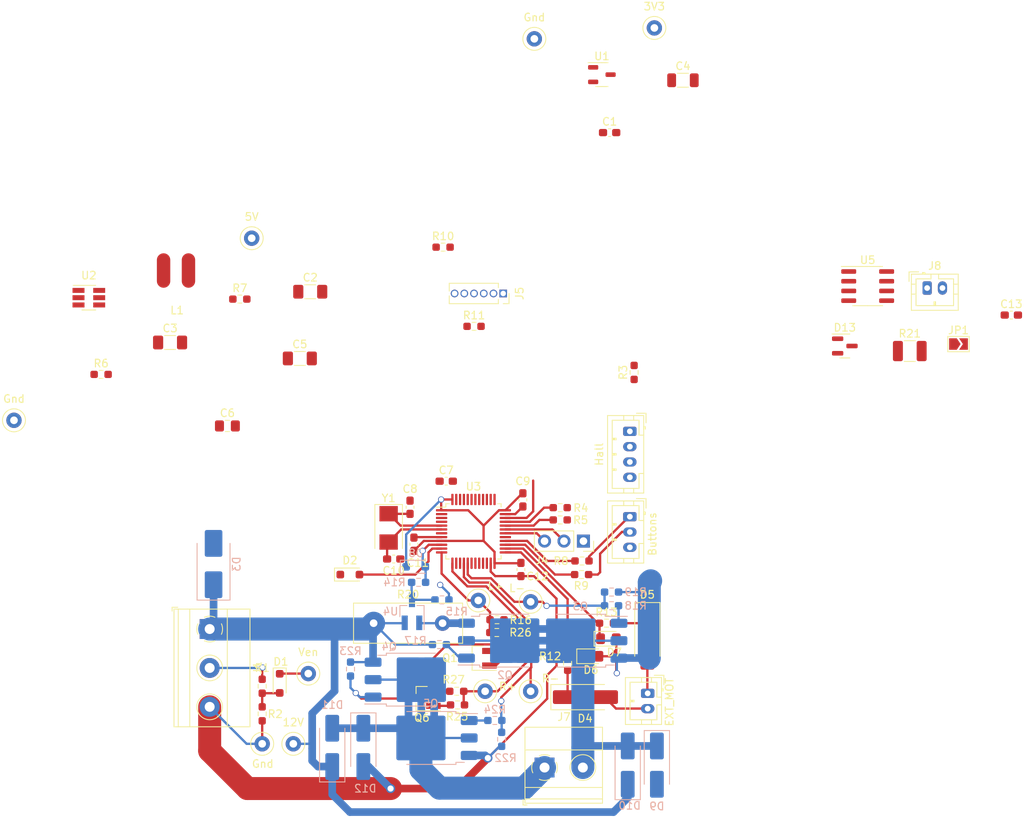
<source format=kicad_pcb>
(kicad_pcb (version 20221018) (generator pcbnew)
  (layers (0 "F.Cu" signal) (31 "B.Cu" signal) (34 "B.Paste" user) (35 "F.Paste" user) (36 "B.SilkS" user "B.Silkscreen") (37 "F.SilkS" user "F.Silkscreen") (38 "B.Mask" user) (39 "F.Mask" user) (44 "Edge.Cuts" user))
  (net 0 "")
  (net 1 "+5V")
  (net 2 "GND")
  (net 3 "+12V")
  (net 4 "Net-(U2-SW)")
  (net 5 "Net-(U2-BS)")
  (net 6 "+3V3")
  (net 7 "Net-(U2-FB)")
  (net 8 "/OSC_IN")
  (net 9 "/OSC_OUT")
  (net 10 "/VEN")
  (net 11 "Net-(D1-A)")
  (net 12 "/Power_EN")
  (net 13 "Net-(D4-K)")
  (net 14 "Net-(D4-A)")
  (net 15 "Net-(D5-K)")
  (net 16 "Net-(D5-A)")
  (net 17 "/UP_DIR")
  (net 18 "/DOWN_DIR")
  (net 19 "/Vsen")
  (net 20 "Net-(D10-A)")
  (net 21 "Net-(D11-A)")
  (net 22 "/CANL")
  (net 23 "/CANH")
  (net 24 "/HOT@On")
  (net 25 "Net-(J2-Pin_1)")
  (net 26 "Net-(J2-Pin_2)")
  (net 27 "Net-(J2-Pin_3)")
  (net 28 "Net-(J3-Pin_2)")
  (net 29 "/Rx")
  (net 30 "/Tx")
  (net 31 "/SWCLK")
  (net 32 "/SWDIO")
  (net 33 "Net-(J5-Pin_4)")
  (net 34 "/BOOT0")
  (net 35 "/NRST")
  (net 36 "Net-(JP1-B)")
  (net 37 "Net-(Q1-G)")
  (net 38 "Net-(Q1-D)")
  (net 39 "Net-(Q2-S)")
  (net 40 "Net-(Q3-G)")
  (net 41 "Net-(Q4-G)")
  (net 42 "Net-(Q5-G)")
  (net 43 "Net-(Q6-G)")
  (net 44 "/UP_SW")
  (net 45 "/DOWN_SW")
  (net 46 "/UP_BTN")
  (net 47 "/DOWN_BTN")
  (net 48 "Net-(U4-sense)")
  (net 49 "/L_UP")
  (net 50 "/L_DOWN")
  (net 51 "/R_DOWN")
  (net 52 "/R_UP")
  (net 63 "/CAN_Rx")
  (net 64 "/CAN_Tx")
  (net 73 "Net-(J3-Pin_1)")
  (footprint "Crystal:Crystal_SMD_5032-2Pin_5.0x3.2mm" (layer "F.Cu") (at 99.314 86.36 -90)
    (fp_text reference "Y1")
    (fp_text value "NX5032GA-8MHz")
  )
  (footprint "Resistor_SMD:R_0603_1608Metric_Pad0.98x0.95mm_HandSolder" (layer "F.Cu") (at 82.804 110.6405 90)
    (fp_text reference "R2")
    (fp_text value "100k")
  )
  (footprint "TestPoint:TestPoint_Loop_D1.80mm_Drill1.0mm_Beaded" (layer "F.Cu") (at 111.0234 95.8342)
    (fp_text reference "TP8" hide)
    (fp_text value "L+")
  )
  (footprint "TestPoint:TestPoint_Loop_D1.80mm_Drill1.0mm_Beaded" (layer "F.Cu") (at 117.856 107.696)
    (fp_text reference "TP11" hide)
    (fp_text value "R-")
  )
  (footprint "Capacitor_SMD:C_1206_3216Metric_Pad1.33x1.80mm_HandSolder" (layer "F.Cu") (at 87.7185 64.2366)
    (fp_text reference "C5")
    (fp_text value "47u")
  )
  (footprint "Capacitor_SMD:C_1206_3216Metric_Pad1.33x1.80mm_HandSolder" (layer "F.Cu") (at 70.7767 62.1538)
    (fp_text reference "C3")
    (fp_text value "1u")
  )
  (footprint "Connector_JST:JST_PH_B4B-PH-K_1x04_P2.00mm_Vertical" (layer "F.Cu") (at 130.81 73.756 -90)
    (fp_text reference "J2" hide)
    (fp_text value "Hall")
  )
  (footprint "TestPoint:TestPoint_Loop_D1.80mm_Drill1.0mm_Beaded" (layer "F.Cu") (at 86.868 114.554)
    (fp_text reference "TP3" hide)
    (fp_text value "12V")
  )
  (footprint "Resistor_SMD:R_0603_1608Metric_Pad0.98x0.95mm_HandSolder" (layer "F.Cu") (at 79.8849 56.4896)
    (fp_text reference "R7")
    (fp_text value "100k")
  )
  (footprint "Connector_PinSocket_1.27mm:PinSocket_1x06_P1.27mm_Vertical" (layer "F.Cu") (at 114.2746 55.753 -90)
    (fp_text reference "J5")
    (fp_text value "Prog")
  )
  (footprint "Capacitor_SMD:C_0603_1608Metric_Pad1.08x0.95mm_HandSolder" (layer "F.Cu") (at 116.586 91.7945 -90)
    (fp_text reference "C12")
    (fp_text value "0.1")
  )
  (footprint "TestPoint:TestPoint_Loop_D1.80mm_Drill1.0mm_Beaded" (layer "F.Cu") (at 134.0104 21.082)
    (fp_text reference "TP5" hide)
    (fp_text value "3V3")
  )
  (footprint "Resistor_THT:R_Box_L14.0mm_W5.0mm_P9.00mm" (layer "F.Cu") (at 97.354 98.806)
    (fp_text reference "R20")
    (fp_text value "0.05")
  )
  (footprint "TestPoint:TestPoint_Loop_D1.80mm_Drill1.0mm_Beaded" (layer "F.Cu") (at 50.3936 72.3138)
    (fp_text reference "TP1" hide)
    (fp_text value "Gnd")
  )
  (footprint "Capacitor_SMD:C_0603_1608Metric_Pad1.08x0.95mm_HandSolder" (layer "F.Cu") (at 102.616 88.4925 90)
    (fp_text reference "C11")
    (fp_text value "0.1")
  )
  (footprint "TestPoint:TestPoint_Loop_D1.80mm_Drill1.0mm_Beaded" (layer "F.Cu") (at 111.9124 107.696)
    (fp_text reference "TP10" hide)
    (fp_text value "R+")
  )
  (footprint "Capacitor_SMD:C_0603_1608Metric_Pad1.08x0.95mm_HandSolder" (layer "F.Cu") (at 116.84 82.7035 -90)
    (fp_text reference "C9")
    (fp_text value "0.1")
  )
  (footprint "Capacitor_SMD:C_1206_3216Metric" (layer "F.Cu") (at 137.7424 27.9146)
    (fp_text reference "C4")
    (fp_text value "47u")
  )
  (footprint "Package_TO_SOT_SMD:SOT-23_Handsoldering" (layer "F.Cu") (at 103.656 108.646 180)
    (fp_text reference "Q6")
    (fp_text value "2N7002")
  )
  (footprint "kicad:cd43" (layer "F.Cu") (at 71.5518 52.7558)
    (fp_text reference "L1")
    (fp_text value "10u")
  )
  (footprint "Connector_PinSocket_2.54mm:PinSocket_1x03_P2.54mm_Vertical" (layer "F.Cu") (at 124.7498 88.0868 -90)
    (fp_text reference "J4")
    (fp_text value "UART")
  )
  (footprint "Capacitor_SMD:C_0805_2012Metric_Pad1.18x1.45mm_HandSolder" (layer "F.Cu") (at 78.2613 73.0504)
    (fp_text reference "C6")
    (fp_text value "22")
  )
  (footprint "TerminalBlock_Phoenix:TerminalBlock_Phoenix_MKDS-1,5-2_1x02_P5.00mm_Horizontal" (layer "F.Cu") (at 119.674 117.653)
    (fp_text reference "J7")
    (fp_text value "Screw_Terminal_01x02")
  )
  (footprint "Package_SO:SOIC-8_3.9x4.9mm_P1.27mm" (layer "F.Cu") (at 161.863 54.7878)
    (fp_text reference "U5")
    (fp_text value "TJA1050")
  )
  (footprint "Resistor_SMD:R_0603_1608Metric_Pad0.98x0.95mm_HandSolder" (layer "F.Cu") (at 113.4637 98.3488)
    (fp_text reference "R16")
    (fp_text value "100")
  )
  (footprint "Resistor_SMD:R_0603_1608Metric_Pad0.98x0.95mm_HandSolder" (layer "F.Cu") (at 108.204 107.696 180)
    (fp_text reference "R27")
    (fp_text value "10k")
  )
  (footprint "Diode_SMD:D_SOD-323_HandSoldering" (layer "F.Cu") (at 85.09 106.66 -90)
    (fp_text reference "D1")
    (fp_text value "1N5819")
  )
  (footprint "Capacitor_SMD:C_0603_1608Metric_Pad1.08x0.95mm_HandSolder" (layer "F.Cu") (at 180.6205 58.5724)
    (fp_text reference "C13")
    (fp_text value "0.1")
  )
  (footprint "Resistor_SMD:R_0603_1608Metric_Pad0.98x0.95mm_HandSolder" (layer "F.Cu") (at 82.804 107.0375 90)
    (fp_text reference "R1")
    (fp_text value "300k")
  )
  (footprint "Package_TO_SOT_SMD:SOT-23-3" (layer "F.Cu") (at 127.1579 27.178)
    (fp_text reference "U1")
    (fp_text value "XC6206PxxxMR")
  )
  (footprint "Connector_JST:JST_PH_B2B-PH-K_1x02_P2.00mm_Vertical" (layer "F.Cu") (at 169.6278 55.0418)
    (fp_text reference "J8")
    (fp_text value "CAN")
  )
  (footprint "TestPoint:TestPoint_Loop_D1.80mm_Drill1.0mm_Beaded" (layer "F.Cu") (at 82.804 114.554)
    (fp_text reference "TP6" hide)
    (fp_text value "Gnd")
  )
  (footprint "Resistor_SMD:R_0603_1608Metric_Pad0.98x0.95mm_HandSolder" (layer "F.Cu") (at 127.762 98.806)
    (fp_text reference "R13")
    (fp_text value "1k")
  )
  (footprint "Diode_SMD:D_SOD-323_HandSoldering" (layer "F.Cu") (at 94.254 92.456)
    (fp_text reference "D2")
    (fp_text value "1N5819")
  )
  (footprint "Resistor_SMD:R_1210_3225Metric_Pad1.30x2.65mm_HandSolder" (layer "F.Cu") (at 167.36 63.2714)
    (fp_text reference "R21")
    (fp_text value "120")
  )
  (footprint "TerminalBlock_Phoenix:TerminalBlock_Phoenix_MKDS-1,5-3-5.08_1x03_P5.08mm_Horizontal" (layer "F.Cu") (at 75.946 99.568 -90)
    (fp_text reference "J1")
    (fp_text value "Power")
  )
  (footprint "Package_TO_SOT_SMD:SOT-23" (layer "F.Cu") (at 158.8793 62.611)
    (fp_text reference "D13")
    (fp_text value "PESD1CAN")
  )
  (footprint "Capacitor_SMD:C_0603_1608Metric_Pad1.08x0.95mm_HandSolder" (layer "F.Cu") (at 102.108 83.6665 90)
    (fp_text reference "C8")
    (fp_text value "6")
  )
  (footprint "Resistor_SMD:R_0603_1608Metric_Pad0.98x0.95mm_HandSolder" (layer "F.Cu") (at 121.7187 83.7184 180)
    (fp_text reference "R4")
    (fp_text value "100")
  )
  (footprint "Package_TO_SOT_SMD:SOT-23-6_Handsoldering" (layer "F.Cu") (at 60.1688 56.3016)
    (fp_text reference "U2")
    (fp_text value "MT1470")
  )
  (footprint "TestPoint:TestPoint_Loop_D1.80mm_Drill1.0mm_Beaded" (layer "F.Cu") (at 118.3386 22.5044)
    (fp_text reference "TP7" hide)
    (fp_text value "Gnd")
  )
  (footprint "TestPoint:TestPoint_Loop_D1.80mm_Drill1.0mm_Beaded" (layer "F.Cu") (at 88.8238 105.3846)
    (fp_text reference "TP2" hide)
    (fp_text value "Ven")
  )
  (footprint "Resistor_SMD:R_0603_1608Metric_Pad0.98x0.95mm_HandSolder" (layer "F.Cu") (at 110.4665 60.0456)
    (fp_text reference "R11")
    (fp_text value "10k")
  )
  (footprint "Connector_JST:JST_PH_B2B-PH-K_1x02_P2.00mm_Vertical" (layer "F.Cu") (at 133.138 107.966 -90)
    (fp_text reference "J6" hide)
    (fp_text value "EXT_MOT")
  )
  (footprint "Resistor_SMD:R_0603_1608Metric_Pad0.98x0.95mm_HandSolder" (layer "F.Cu") (at 108.3075 109.474 180)
    (fp_text reference "R25")
    (fp_text value "100")
  )
  (footprint "Connector_JST:JST_PH_B3B-PH-K_1x03_P2.00mm_Vertical" (layer "F.Cu") (at 130.81 84.9 -90)
    (fp_text reference "J3" hide)
    (fp_text value "Buttons")
  )
  (footprint "Capacitor_SMD:C_0603_1608Metric_Pad1.08x0.95mm_HandSolder" (layer "F.Cu") (at 106.8335 80.264)
    (fp_text reference "C7")
    (fp_text value "0.1")
  )
  (footprint "Package_QFP:LQFP-48_7x7mm_P0.5mm" (layer "F.Cu") (at 110.3915 86.8141)
    (fp_text reference "U3")
    (fp_text value "STM32F103C6Tx")
  )
  (footprint "Resistor_SMD:R_0603_1608Metric_Pad0.98x0.95mm_HandSolder" (layer "F.Cu") (at 61.7728 66.3194)
    (fp_text reference "R6")
    (fp_text value "19k")
  )
  (footprint "TestPoint:TestPoint_Loop_D1.80mm_Drill1.0mm_Beaded" (layer "F.Cu") (at 81.4324 48.5394)
    (fp_text reference "TP4" hide)
    (fp_text value "5V")
  )
  (footprint "TestPoint:TestPoint_Loop_D1.80mm_Drill1.0mm_Beaded" (layer "F.Cu") (at 117.856 96.012)
    (fp_text reference "TP9" hide)
    (fp_text value "L-")
  )
  (footprint "Resistor_SMD:R_0603_1608Metric_Pad0.98x0.95mm_HandSolder" (layer "F.Cu") (at 131.3688 66.0635 90)
    (fp_text reference "R3")
    (fp_text value "47")
  )
  (footprint "Capacitor_SMD:C_1206_3216Metric_Pad1.33x1.80mm_HandSolder" (layer "F.Cu") (at 89.0778 55.5244)
    (fp_text reference "C2")
    (fp_text value "10u")
  )
  (footprint "Diode_SMD:D_0805_2012Metric_Pad1.15x1.40mm_HandSolder" (layer "F.Cu") (at 125.739 103.124)
    (fp_text reference "D6")
    (fp_text value "MM3Z3V3")
  )
  (footprint "Resistor_SMD:R_0603_1608Metric_Pad0.98x0.95mm_HandSolder" (layer "F.Cu") (at 124.5635 90.678 180)
    (fp_text reference "R8")
    (fp_text value "100")
  )
  (footprint "Jumper:SolderJumper-2_P1.3mm_Open_TrianglePad1.0x1.5mm" (layer "F.Cu") (at 173.7222 62.357)
    (fp_text reference "JP1")
    (fp_text value "SolderJumper_2_Open")
  )
  (footprint "Diode_SMD:D_SMA_Handsoldering" (layer "F.Cu") (at 133.096 100.624 -90)
    (fp_text reference "D5")
    (fp_text value "1N4007")
  )
  (footprint "Package_TO_SOT_SMD:SOT-23_Handsoldering" (layer "F.Cu") (at 110.974 103.378 180)
    (fp_text reference "Q1")
    (fp_text value "2N7002")
  )
  (footprint "Resistor_SMD:R_0603_1608Metric_Pad0.98x0.95mm_HandSolder" (layer "F.Cu") (at 106.426 49.7078)
    (fp_text reference "R10")
    (fp_text value "6.8")
  )
  (footprint "Diode_SMD:D_SMA_Handsoldering" (layer "F.Cu") (at 125.008 108.458)
    (fp_text reference "D4")
    (fp_text value "1N4007")
  )
  (footprint "Resistor_SMD:R_0603_1608Metric_Pad0.98x0.95mm_HandSolder" (layer "F.Cu") (at 124.5108 92.456 180)
    (fp_text reference "R9")
    (fp_text value "100")
  )
  (footprint "Diode_SMD:D_0805_2012Metric_Pad1.15x1.40mm_HandSolder" (layer "F.Cu") (at 128.007 100.838)
    (fp_text reference "D7")
    (fp_text value "MM3Z3V3")
  )
  (footprint "Resistor_SMD:R_0603_1608Metric_Pad0.98x0.95mm_HandSolder" (layer "F.Cu") (at 113.4383 100.0252 180)
    (fp_text reference "R26")
    (fp_text value "10k")
  )
  (footprint "Resistor_SMD:R_0603_1608Metric_Pad0.98x0.95mm_HandSolder" (layer "F.Cu") (at 121.7168 85.3186 180)
    (fp_text reference "R5")
    (fp_text value "100")
  )
  (footprint "Capacitor_SMD:C_0603_1608Metric_Pad1.08x0.95mm_HandSolder" (layer "F.Cu") (at 99.9755 90.424)
    (fp_text reference "C10")
    (fp_text value "6")
  )
  (footprint "Capacitor_SMD:C_0603_1608Metric_Pad1.08x0.95mm_HandSolder" (layer "F.Cu") (at 128.1684 34.7472)
    (fp_text reference "C1")
    (fp_text value "0.1")
  )
  (footprint "Resistor_SMD:R_0603_1608Metric_Pad0.98x0.95mm_HandSolder" (layer "F.Cu") (at 122.682 104.0365 -90)
    (fp_text reference "R12")
    (fp_text value "1k")
  )
  (footprint "Package_TO_SOT_SMD:TO-252-3_TabPin2" (layer "B.Cu") (at 124.347 101.093 180)
    (fp_text reference "Q3")
    (fp_text value "IRLR7807")
  )
  (footprint "Diode_SMD:D_SMA_Handsoldering" (layer "B.Cu") (at 130.5306 117.3372 90)
    (fp_text reference "D10")
    (fp_text value "1N4007")
  )
  (footprint "Resistor_SMD:R_0603_1608Metric_Pad0.98x0.95mm_HandSolder" (layer "B.Cu") (at 128.4205 96.52)
    (fp_text reference "R18")
    (fp_text value "220")
  )
  (footprint "Diode_SMD:D_SMA_Handsoldering" (layer "B.Cu") (at 134.3406 117.3372 -90)
    (fp_text reference "D9")
    (fp_text value "1N4007")
  )
  (footprint "Diode_SMD:D_SMB_Handsoldering" (layer "B.Cu") (at 76.454 91.0844 90)
    (fp_text reference "D3")
    (fp_text value "SMBJ18A")
  )
  (footprint "Resistor_SMD:R_0603_1608Metric_Pad0.98x0.95mm_HandSolder" (layer "B.Cu") (at 114.0714 113.9679 -90)
    (fp_text reference "R22")
    (fp_text value "10k")
  )
  (footprint "Package_TO_SOT_SMD:TO-252-3_TabPin2" (layer "B.Cu") (at 104.789 113.793 180)
    (fp_text reference "Q5")
    (fp_text value "IRLR7807")
  )
  (footprint "Resistor_SMD:R_0603_1608Metric_Pad0.98x0.95mm_HandSolder" (layer "B.Cu") (at 103.2275 93.472)
    (fp_text reference "R14")
    (fp_text value "330")
  )
  (footprint "Diode_SMD:D_SOD-323_HandSoldering" (layer "B.Cu") (at 102.85 91.44)
    (fp_text reference "D8")
    (fp_text value "1N5819")
  )
  (footprint "Resistor_SMD:R_0603_1608Metric_Pad0.98x0.95mm_HandSolder" (layer "B.Cu") (at 113.1805 111.506 180)
    (fp_text reference "R24")
    (fp_text value "220")
  )
  (footprint "Package_TO_SOT_SMD:TO-252-3_TabPin2" (layer "B.Cu") (at 102.322 106.178)
    (fp_text reference "Q4")
    (fp_text value "AOD4185")
  )
  (footprint "Package_TO_SOT_SMD:SOT-23_Handsoldering" (layer "B.Cu") (at 102.362 97.258 90)
    (fp_text reference "U4")
    (fp_text value "ZXCT1009")
  )
  (footprint "Package_TO_SOT_SMD:TO-252-3_TabPin2" (layer "B.Cu") (at 114.514 101.086)
    (fp_text reference "Q2")
    (fp_text value "AOD4185")
  )
  (footprint "Resistor_SMD:R_0603_1608Metric_Pad0.98x0.95mm_HandSolder" (layer "B.Cu") (at 105.9434 101.6 180)
    (fp_text reference "R17")
    (fp_text value "10k")
  )
  (footprint "Resistor_SMD:R_0603_1608Metric_Pad0.98x0.95mm_HandSolder" (layer "B.Cu") (at 94.3356 104.7985 90)
    (fp_text reference "R23")
    (fp_text value "10k")
  )
  (footprint "Diode_SMD:D_SMA_Handsoldering" (layer "B.Cu") (at 96.012 115.022 -90)
    (fp_text reference "D12")
    (fp_text value "1N4007")
  )
  (footprint "Resistor_SMD:R_0603_1608Metric_Pad0.98x0.95mm_HandSolder" (layer "B.Cu") (at 106.2755 95.758)
    (fp_text reference "R15")
    (fp_text value "100")
  )
  (footprint "Resistor_SMD:R_0603_1608Metric_Pad0.98x0.95mm_HandSolder" (layer "B.Cu") (at 128.4205 94.742 180)
    (fp_text reference "R19")
    (fp_text value "10k")
  )
  (footprint "Diode_SMD:D_SMA_Handsoldering" (layer "B.Cu") (at 91.948 115.022 90)
    (fp_text reference "D11")
    (fp_text value "1N4007")
  )
  (segment (start 112.6415 90.9766) (end 112.6415 92.0675) (width 0.3) (layer "F.Cu") (net 2))
  (segment (start 105.156 107.696) (end 105.156 103.378) (width 0.3) (layer "F.Cu") (net 2))
  (segment (start 121.2342 104.3686) (end 120.015 105.5878) (width 0.3) (layer "F.Cu") (net 2))
  (segment (start 102.6819 87.5641) (end 102.616 87.63) (width 0.3) (layer "F.Cu") (net 2))
  (segment (start 106.9594 101.5746) (end 113.3274 101.5746) (width 0.3) (layer "F.Cu") (net 2))
  (segment (start 75.946 109.728) (end 75.946 115.4684) (width 3) (layer "F.Cu") (net 2))
  (segment (start 120.015 105.5878) (end 120.015 108.6612) (width 0.3) (layer "F.Cu") (net 2))
  (segment (start 80.8736 120.396) (end 99.568 120.396) (width 3) (layer "F.Cu") (net 2))
  (segment (start 75.946 115.4684) (end 80.8736 120.396) (width 3) (layer "F.Cu") (net 2))
  (segment (start 112.474 102.428) (end 113.6994 101.2026) (width 0.3) (layer "F.Cu") (net 2))
  (segment (start 99.568 120.396) (end 108.2802 120.396) (width 1) (layer "F.Cu") (net 2))
  (segment (start 105.2595 107.7995) (end 105.156 107.696) (width 0.3) (layer "F.Cu") (net 2))
  (segment (start 129.032 105.2576) (end 129.1082 105.3338) (width 0.3) (layer "F.Cu") (net 2))
  (segment (start 128.1938 103.124) (end 129.032 102.2858) (width 0.3) (layer "F.Cu") (net 2))
  (segment (start 113.231 92.657) (end 116.586 92.657) (width 0.3) (layer "F.Cu") (net 2))
  (segment (start 129.032 102.2858) (end 129.032 105.2576) (width 0.3) (layer "F.Cu") (net 2))
  (segment (start 113.3274 101.5746) (end 113.6994 101.2026) (width 0.3) (layer "F.Cu") (net 2))
  (segment (start 126.764 103.124) (end 128.1938 103.124) (width 0.3) (layer "F.Cu") (net 2))
  (segment (start 106.229 87.5641) (end 102.6819 87.5641) (width 0.3) (layer "F.Cu") (net 2))
  (segment (start 129.032 100.838) (end 129.032 102.2858) (width 0.3) (layer "F.Cu") (net 2))
  (segment (start 108.2802 120.396) (end 112.268 116.4082) (width 1) (layer "F.Cu") (net 2))
  (segment (start 120.015 108.6612) (end 112.268 116.4082) (width 0.3) (layer "F.Cu") (net 2))
  (segment (start 116.586 92.657) (end 118.2856 92.657) (width 0.3) (layer "F.Cu") (net 2))
  (segment (start 112.6415 92.0675) (end 113.231 92.657) (width 0.3) (layer "F.Cu") (net 2))
  (segment (start 118.2856 92.657) (end 121.2342 95.6056) (width 0.3) (layer "F.Cu") (net 2))
  (segment (start 82.804 111.553) (end 82.804 114.554) (width 0.3) (layer "F.Cu") (net 2))
  (segment (start 114.3508 100.5512) (end 114.3508 100.0252) (width 0.3) (layer "F.Cu") (net 2))
  (segment (start 105.156 103.378) (end 106.9594 101.5746) (width 0.3) (layer "F.Cu") (net 2))
  (segment (start 115.8419 84.5641) (end 116.84 83.566) (width 0.3) (layer "F.Cu") (net 2))
  (segment (start 114.554 84.5641) (end 115.8419 84.5641) (width 0.3) (layer "F.Cu") (net 2))
  (segment (start 105.156 107.696) (end 107.2915 107.696) (width 0.3) (layer "F.Cu") (net 2))
  (segment (start 113.6994 101.2026) (end 114.3508 100.5512) (width 0.3) (layer "F.Cu") (net 2))
  (segment (start 121.2342 95.6056) (end 121.2342 104.3686) (width 0.3) (layer "F.Cu") (net 2))
  (via (at 112.268 116.4082) (size 1.2) (drill 0.8) (layers "F.Cu" "B.Cu") (net 2))
  (via (at 106.045 93.8022) (size 0.8) (drill 0.6) (layers "F.Cu" "B.Cu") (net 2))
  (via (at 99.568 120.396) (size 1.2) (drill 0.8) (layers "F.Cu" "B.Cu") (net 2))
  (via (at 129.1082 105.3338) (size 0.8) (drill 0.6) (layers "F.Cu" "B.Cu") (net 2))
  (segment (start 129.4074 103.3526) (end 133.35 103.3526) (width 1) (layer "B.Cu") (net 2))
  (segment (start 80.772 114.554) (end 82.804 114.554) (width 0.3) (layer "B.Cu") (net 2))
  (segment (start 107.188 94.9452) (end 106.045 93.8022) (width 0.3) (layer "B.Cu") (net 2))
  (segment (start 132.0546 94.742) (end 133.35 93.4466) (width 0.3) (layer "B.Cu") (net 2))
  (segment (start 107.188 95.758) (end 107.188 94.9452) (width 0.3) (layer "B.Cu") (net 2))
  (segment (start 96.694 117.522) (end 99.568 120.396) (width 1) (layer "B.Cu") (net 2))
  (segment (start 75.946 109.728) (end 80.772 114.554) (width 0.3) (layer "B.Cu") (net 2))
  (segment (start 96.012 117.522) (end 96.694 117.522) (width 1) (layer "B.Cu") (net 2))
  (segment (start 133.35 103.3526) (end 133.35 93.4466) (width 3) (layer "B.Cu") (net 2))
  (segment (start 133.35 93.4466) (end 133.5278 93.2688) (width 3) (layer "B.Cu") (net 2))
  (segment (start 129.1082 103.6518) (end 129.387 103.373) (width 0.3) (layer "B.Cu") (net 2))
  (segment (start 129.333 94.742) (end 132.0546 94.742) (width 0.3) (layer "B.Cu") (net 2))
  (segment (start 114.0714 114.8804) (end 113.7958 114.8804) (width 0.3) (layer "B.Cu") (net 2))
  (segment (start 109.829 116.073) (end 111.9328 116.073) (width 1) (layer "B.Cu") (net 2))
  (segment (start 129.1082 105.3338) (end 129.1082 103.6518) (width 0.3) (layer "B.Cu") (net 2))
  (segment (start 111.9328 116.073) (end 112.268 116.4082) (width 1) (layer "B.Cu") (net 2))
  (segment (start 113.7958 114.8804) (end 112.268 116.4082) (width 0.3) (layer "B.Cu") (net 2))
  (segment (start 129.387 103.373) (end 129.4074 103.3526) (width 1) (layer "B.Cu") (net 2))
  (segment (start 92.2528 100.2792) (end 92.2528 107.6706) (width 1) (layer "B.Cu") (net 3))
  (segment (start 86.868 114.554) (end 89.281 114.554) (width 0.3) (layer "B.Cu") (net 3))
  (segment (start 75.946 99.568) (end 96.592 99.568) (width 3) (layer "B.Cu") (net 3))
  (segment (start 128.6764 123.4694) (end 94.2594 123.4694) (width 1) (layer "B.Cu") (net 3))
  (segment (start 91.948 121.158) (end 91.948 117.522) (width 1) (layer "B.Cu") (net 3))
  (segment (start 105.0309 101.6) (end 100.148 101.6) (width 0.3) (layer "B.Cu") (net 3))
  (segment (start 94.2594 123.4694) (end 91.948 121.158) (width 1) (layer "B.Cu") (net 3))
  (segment (start 130.5306 119.8372) (end 130.5306 121.6152) (width 1) (layer "B.Cu") (net 3))
  (segment (start 89.3318 110.5916) (end 89.3318 114.5032) (width 1) (layer "B.Cu") (net 3))
  (segment (start 93.726 98.806) (end 92.2528 100.2792) (width 1) (layer "B.Cu") (net 3))
  (segment (start 101.364 98.806) (end 101.412 98.758) (width 0.3) (layer "B.Cu") (net 3))
  (segment (start 90.09 117.522) (end 91.948 117.522) (width 1) (layer "B.Cu") (net 3))
  (segment (start 97.27 103.886) (end 97.282 103.898) (width 0.3) (layer "B.Cu") (net 3))
  (segment (start 97.282 98.878) (end 97.354 98.806) (width 1) (layer "B.Cu") (net 3))
  (segment (start 89.3318 115.1636) (end 89.3318 116.7638) (width 1) (layer "B.Cu") (net 3))
  (segment (start 97.354 98.806) (end 101.364 98.806) (width 0.3) (layer "B.Cu") (net 3))
  (segment (start 94.3356 103.886) (end 97.27 103.886) (width 0.3) (layer "B.Cu") (net 3))
  (segment (start 97.354 98.806) (end 93.726 98.806) (width 1) (layer "B.Cu") (net 3))
  (segment (start 92.2528 107.6706) (end 89.3318 110.5916) (width 1) (layer "B.Cu") (net 3))
  (segment (start 97.282 103.898) (end 97.282 98.878) (width 1) (layer "B.Cu") (net 3))
  (segment (start 89.3318 114.5032) (end 89.3318 115.1636) (width 1) (layer "B.Cu") (net 3))
  (segment (start 100.148 101.6) (end 97.354 98.806) (width 0.3) (layer "B.Cu") (net 3))
  (segment (start 89.3318 116.7638) (end 90.09 117.522) (width 1) (layer "B.Cu") (net 3))
  (segment (start 76.454 99.5172) (end 76.454 93.7844) (width 1) (layer "B.Cu") (net 3))
  (segment (start 130.5306 121.6152) (end 128.6764 123.4694) (width 1) (layer "B.Cu") (net 3))
  (segment (start 89.281 114.554) (end 89.3318 114.5032) (width 0.3) (layer "B.Cu") (net 3))
  (segment (start 96.592 99.568) (end 97.354 98.806) (width 3) (layer "B.Cu") (net 3))
  (segment (start 106.229 84.0641) (end 109.707541 84.0641) (width 0.3) (layer "F.Cu") (net 6))
  (segment (start 106.229 88.0641) (end 111.7115 88.0641) (width 0.3) (layer "F.Cu") (net 6))
  (segment (start 116.7771 81.841) (end 114.554 84.0641) (width 0.3) (layer "F.Cu") (net 6))
  (segment (start 106.172 82.6516) (end 106.172 84.0071) (width 0.3) (layer "F.Cu") (net 6))
  (segment (start 113.1415 90.9766) (end 116.5414 90.9766) (width 0.3) (layer "F.Cu") (net 6))
  (segment (start 113.1415 89.4941) (end 113.1415 90.9766) (width 0.3) (layer "F.Cu") (net 6))
  (segment (start 106.172 84.0071) (end 106.229 84.0641) (width 0.3) (layer "F.Cu") (net 6))
  (segment (start 111.7115 88.0641) (end 113.1415 89.4941) (width 0.3) (layer "F.Cu") (net 6))
  (segment (start 106.172 82.6516) (end 107.6415 82.6516) (width 0.3) (layer "F.Cu") (net 6))
  (segment (start 113.715459 84.0641) (end 111.7115 86.068059) (width 0.3) (layer "F.Cu") (net 6))
  (segment (start 103.9069 88.0641) (end 102.616 89.355) (width 0.3) (layer "F.Cu") (net 6))
  (segment (start 114.554 84.0641) (end 113.715459 84.0641) (width 0.3) (layer "F.Cu") (net 6))
  (segment (start 106.229 88.0641) (end 103.9069 88.0641) (width 0.3) (layer "F.Cu") (net 6))
  (segment (start 116.5414 90.9766) (end 116.586 90.932) (width 0.3) (layer "F.Cu") (net 6))
  (segment (start 116.84 81.841) (end 116.7771 81.841) (width 0.3) (layer "F.Cu") (net 6))
  (segment (start 111.7115 86.068059) (end 111.7115 88.0641) (width 0.3) (layer "F.Cu") (net 6))
  (segment (start 109.707541 84.0641) (end 111.7115 86.068059) (width 0.3) (layer "F.Cu") (net 6))
  (via (at 106.172 82.6516) (size 0.8) (drill 0.6) (layers "F.Cu" "B.Cu") (net 6))
  (segment (start 101.6 91.44) (end 101.6 87.2236) (width 0.3) (layer "B.Cu") (net 6))
  (segment (start 101.6 87.2236) (end 106.172 82.6516) (width 0.3) (layer "B.Cu") (net 6))
  (segment (start 100.8681 86.0641) (end 99.314 84.51) (width 0.3) (layer "F.Cu") (net 8))
  (segment (start 99.333 84.529) (end 99.314 84.51) (width 0.3) (layer "F.Cu") (net 8))
  (segment (start 102.108 84.529) (end 99.333 84.529) (width 0.3) (layer "F.Cu") (net 8))
  (segment (start 106.229 86.0641) (end 100.8681 86.0641) (width 0.3) (layer "F.Cu") (net 8))
  (segment (start 99.113 88.411) (end 99.314 88.21) (width 0.3) (layer "F.Cu") (net 9))
  (segment (start 99.113 90.424) (end 99.113 88.411) (width 0.3) (layer "F.Cu") (net 9))
  (segment (start 106.229 86.5641) (end 100.9599 86.5641) (width 0.3) (layer "F.Cu") (net 9))
  (segment (start 100.9599 86.5641) (end 99.314 88.21) (width 0.3) (layer "F.Cu") (net 9))
  (segment (start 85.1154 105.3846) (end 88.8238 105.3846) (width 0.3) (layer "F.Cu") (net 10))
  (segment (start 85.09 105.41) (end 85.1154 105.3846) (width 0.3) (layer "F.Cu") (net 10))
  (segment (start 82.804 107.95) (end 85.05 107.95) (width 0.3) (layer "F.Cu") (net 11))
  (segment (start 85.05 107.95) (end 85.09 107.91) (width 0.3) (layer "F.Cu") (net 11))
  (segment (start 82.804 109.728) (end 82.804 107.95) (width 0.3) (layer "F.Cu") (net 11))
  (segment (start 102.7938 92.456) (end 95.504 92.456) (width 0.3) (layer "F.Cu") (net 12))
  (segment (start 106.229 89.0641) (end 105.0173 89.0641) (width 0.3) (layer "F.Cu") (net 12))
  (segment (start 105.0173 89.0641) (end 104.521 89.5604) (width 0.3) (layer "F.Cu") (net 12))
  (segment (start 104.521 89.5604) (end 104.521 90.7288) (width 0.3) (layer "F.Cu") (net 12))
  (segment (start 104.521 90.7288) (end 102.7938 92.456) (width 0.3) (layer "F.Cu") (net 12))
  (segment (start 122.682 108.284) (end 122.508 108.458) (width 0.3) (layer "F.Cu") (net 13))
  (segment (start 122.682 104.949) (end 122.682 108.284) (width 0.3) (layer "F.Cu") (net 13))
  (segment (start 129 109.95) (end 127.508 108.458) (width 0.3) (layer "F.Cu") (net 14))
  (segment (start 133.096 109.95) (end 129 109.95) (width 0.3) (layer "F.Cu") (net 14))
  (segment (start 132.414 98.806) (end 133.096 98.124) (width 0.3) (layer "F.Cu") (net 15))
  (segment (start 128.6745 98.806) (end 132.414 98.806) (width 0.3) (layer "F.Cu") (net 15))
  (segment (start 133.096 107.95) (end 133.096 103.124) (width 0.3) (layer "F.Cu") (net 16))
  (segment (start 114.554 89.5641) (end 116.58645 89.5641) (width 0.3) (layer "F.Cu") (net 17))
  (segment (start 116.58645 89.5641) (end 122.682 95.65965) (width 0.3) (layer "F.Cu") (net 17))
  (segment (start 122.682 95.65965) (end 122.682 103.124) (width 0.3) (layer "F.Cu") (net 17))
  (segment (start 122.682 103.124) (end 124.714 103.124) (width 0.3) (layer "F.Cu") (net 17))
  (segment (start 126.619 98.806) (end 126.8495 98.806) (width 0.3) (layer "F.Cu") (net 18))
  (segment (start 126.8495 100.7055) (end 126.982 100.838) (width 0.3) (layer "F.Cu") (net 18))
  (segment (start 116.8771 89.0641) (end 126.619 98.806) (width 0.3) (layer "F.Cu") (net 18))
  (segment (start 126.8495 98.806) (end 126.8495 100.7055) (width 0.3) (layer "F.Cu") (net 18))
  (segment (start 114.554 89.0641) (end 116.8771 89.0641) (width 0.3) (layer "F.Cu") (net 18))
  (segment (start 106.229 88.5641) (end 104.5521 88.5641) (width 0.3) (layer "F.Cu") (net 19))
  (segment (start 104.5521 88.5641) (end 103.759 89.3572) (width 0.3) (layer "F.Cu") (net 19))
  (via (at 103.759 89.3572) (size 0.8) (drill 0.6) (layers "F.Cu" "B.Cu") (net 19))
  (segment (start 103.759 91.099) (end 104.1 91.44) (width 0.3) (layer "B.Cu") (net 19))
  (segment (start 104.14 93.472) (end 104.14 91.48) (width 0.3) (layer "B.Cu") (net 19))
  (segment (start 103.759 89.3572) (end 103.759 91.099) (width 0.3) (layer "B.Cu") (net 19))
  (segment (start 104.14 91.48) (end 104.1 91.44) (width 0.3) (layer "B.Cu") (net 19))
  (segment (start 124.674 117.653) (end 124.674 115.0112) (width 3) (layer "B.Cu") (net 20))
  (segment (start 123.08 101.086) (end 123.087 101.093) (width 1) (layer "B.Cu") (net 20))
  (segment (start 130.5306 114.8372) (end 124.848 114.8372) (width 1) (layer "B.Cu") (net 20))
  (segment (start 124.674 115.0112) (end 124.674 102.68) (width 3) (layer "B.Cu") (net 20))
  (segment (start 124.848 114.8372) (end 124.674 115.0112) (width 1) (layer "B.Cu") (net 20))
  (segment (start 109.474 101.086) (end 115.774 101.086) (width 0.3) (layer "B.Cu") (net 20))
  (segment (start 129.387 101.093) (end 123.087 101.093) (width 0.3) (layer "B.Cu") (net 20))
  (segment (start 115.774 101.086) (end 123.08 101.086) (width 1) (layer "B.Cu") (net 20))
  (segment (start 124.674 102.68) (end 123.087 101.093) (width 3) (layer "B.Cu") (net 20))
  (segment (start 117.449 99.561) (end 121.405 99.561) (width 1) (layer "B.Cu") (net 20))
  (segment (start 121.405 99.561) (end 121.412 99.568) (width 1) (layer "B.Cu") (net 20))
  (segment (start 114.099 102.611) (end 121.405 102.611) (width 1) (layer "B.Cu") (net 20))
  (segment (start 121.405 102.611) (end 121.412 102.618) (width 1) (layer "B.Cu") (net 20))
  (segment (start 134.3406 114.8372) (end 130.5306 114.8372) (width 1) (layer "B.Cu") (net 20))
  (segment (start 97.282 106.178) (end 103.582 106.178) (width 0.3) (layer "B.Cu") (net 21))
  (segment (start 103.582 106.178) (end 103.582 113.74) (width 1) (layer "B.Cu") (net 21))
  (segment (start 103.529 117.9054) (end 105.9688 120.3452) (width 3) (layer "B.Cu") (net 21))
  (segment (start 96.012 112.522) (end 101.6 112.522) (width 1) (layer "B.Cu") (net 21))
  (segment (start 91.948 112.522) (end 96.012 112.522) (width 1) (layer "B.Cu") (net 21))
  (segment (start 101.907 107.703) (end 101.907 112.215) (width 1) (layer "B.Cu") (net 21))
  (segment (start 116.9818 120.3452) (end 119.674 117.653) (width 3) (layer "B.Cu") (net 21))
  (segment (start 105.257 112.215) (end 105.204 112.268) (width 1) (layer "B.Cu") (net 21))
  (segment (start 105.257 107.703) (end 105.257 112.215) (width 1) (layer "B.Cu") (net 21))
  (segment (start 101.6 112.522) (end 101.854 112.268) (width 1) (layer "B.Cu") (net 21))
  (segment (start 103.582 113.74) (end 103.529 113.793) (width 1) (layer "B.Cu") (net 21))
  (segment (start 103.529 113.793) (end 103.529 117.9054) (width 3) (layer "B.Cu") (net 21))
  (segment (start 109.829 113.793) (end 103.529 113.793) (width 0.3) (layer "B.Cu") (net 21))
  (segment (start 105.9688 120.3452) (end 116.9818 120.3452) (width 3) (layer "B.Cu") (net 21))
  (segment (start 101.907 112.215) (end 101.854 112.268) (width 1) (layer "B.Cu") (net 21))
  (segment (start 119.674 117.653) (end 119.674 117.7144) (width 1) (layer "B.Cu") (net 21))
  (segment (start 82.804 104.648) (end 82.8548 104.5972) (width 0.3) (layer "F.Cu") (net 24))
  (segment (start 82.804 106.125) (end 82.804 104.648) (width 0.3) (layer "F.Cu") (net 24))
  (via (at 82.8548 104.5972) (size 0.8) (drill 0.6) (layers "F.Cu" "B.Cu") (net 24))
  (segment (start 82.804 104.648) (end 75.946 104.648) (width 0.3) (layer "B.Cu") (net 24))
  (segment (start 82.8548 104.5972) (end 82.804 104.648) (width 0.3) (layer "B.Cu") (net 24))
  (segment (start 126.9238 89.7382) (end 129.7752 86.8868) (width 0.3) (layer "F.Cu") (net 28))
  (segment (start 126.619 92.456) (end 126.9238 92.1512) (width 0.3) (layer "F.Cu") (net 28))
  (segment (start 126.9238 92.1512) (end 126.9238 89.7382) (width 0.3) (layer "F.Cu") (net 28))
  (segment (start 129.7752 86.8868) (end 130.7084 86.8868) (width 0.3) (layer "F.Cu") (net 28))
  (segment (start 125.4233 92.456) (end 126.619 92.456) (width 0.3) (layer "F.Cu") (net 28))
  (segment (start 120.6871 86.5641) (end 122.2098 88.0868) (width 0.3) (layer "F.Cu") (net 29))
  (segment (start 114.554 86.5641) (end 120.6871 86.5641) (width 0.3) (layer "F.Cu") (net 29))
  (segment (start 118.6471 87.0641) (end 119.6698 88.0868) (width 0.3) (layer "F.Cu") (net 30))
  (segment (start 114.554 87.0641) (end 118.6471 87.0641) (width 0.3) (layer "F.Cu") (net 30))
  (segment (start 118.1862 84.201) (end 118.1862 80.1878) (width 0.3) (layer "F.Cu") (net 32))
  (segment (start 114.554 85.0641) (end 117.3231 85.0641) (width 0.3) (layer "F.Cu") (net 32))
  (segment (start 117.3231 85.0641) (end 118.1862 84.201) (width 0.3) (layer "F.Cu") (net 32))
  (segment (start 115.5446 102.108) (end 113.3246 104.328) (width 0.3) (layer "F.Cu") (net 37))
  (segment (start 115.5446 99.5172) (end 115.5446 102.108) (width 0.3) (layer "F.Cu") (net 37))
  (segment (start 114.3762 98.3488) (end 115.5446 99.5172) (width 0.3) (layer "F.Cu") (net 37))
  (segment (start 113.3246 104.328) (end 112.474 104.328) (width 0.3) (layer "F.Cu") (net 37))
  (segment (start 109.474 103.366) (end 108.6219 103.366) (width 0.3) (layer "B.Cu") (net 38))
  (segment (start 108.6219 103.366) (end 106.8559 101.6) (width 0.3) (layer "B.Cu") (net 38))
  (segment (start 109.474 98.806) (end 106.354 98.806) (width 1) (layer "B.Cu") (net 39))
  (segment (start 103.36 98.806) (end 103.312 98.758) (width 0.3) (layer "B.Cu") (net 39))
  (segment (start 106.354 98.806) (end 103.36 98.806) (width 0.3) (layer "B.Cu") (net 39))
  (segment (start 129.333 96.52) (end 129.333 98.759) (width 0.3) (layer "B.Cu") (net 40))
  (segment (start 129.333 98.759) (end 129.387 98.813) (width 0.3) (layer "B.Cu") (net 40))
  (segment (start 102.156 108.646) (end 95.7428 108.646) (width 0.3) (layer "F.Cu") (net 41))
  (segment (start 95.7428 108.646) (end 95.0214 107.9246) (width 0.3) (layer "F.Cu") (net 41))
  (via (at 95.0214 107.9246) (size 0.8) (drill 0.6) (layers "F.Cu" "B.Cu") (net 41))
  (segment (start 94.3356 105.711) (end 94.3356 107.2388) (width 0.3) (layer "B.Cu") (net 41))
  (segment (start 97.282 108.458) (end 95.5548 108.458) (width 0.3) (layer "B.Cu") (net 41))
  (segment (start 95.0214 107.9246) (end 94.3356 107.2388) (width 0.3) (layer "B.Cu") (net 41))
  (segment (start 95.5548 108.458) (end 95.0214 107.9246) (width 0.3) (layer "B.Cu") (net 41))
  (segment (start 109.829 111.513) (end 112.261 111.513) (width 0.3) (layer "B.Cu") (net 42))
  (segment (start 112.261 111.513) (end 112.268 111.506) (width 0.3) (layer "B.Cu") (net 42))
  (segment (start 107.273 109.596) (end 107.395 109.474) (width 0.3) (layer "F.Cu") (net 43))
  (segment (start 105.156 109.596) (end 107.273 109.596) (width 0.3) (layer "F.Cu") (net 43))
  (segment (start 119.6086 83.7184) (end 120.8062 83.7184) (width 0.3) (layer "F.Cu") (net 44))
  (segment (start 114.554 85.5641) (end 117.7629 85.5641) (width 0.3) (layer "F.Cu") (net 44))
  (segment (start 117.7629 85.5641) (end 119.6086 83.7184) (width 0.3) (layer "F.Cu") (net 44))
  (segment (start 114.554 86.0641) (end 118.2535 86.0641) (width 0.3) (layer "F.Cu") (net 45))
  (segment (start 118.2535 86.0641) (end 118.8466 85.471) (width 0.3) (layer "F.Cu") (net 45))
  (segment (start 120.8043 85.3186) (end 118.999 85.3186) (width 0.3) (layer "F.Cu") (net 45))
  (segment (start 118.999 85.3186) (end 118.8466 85.471) (width 0.3) (layer "F.Cu") (net 45))
  (segment (start 121.031 92.456) (end 117.1391 88.5641) (width 0.3) (layer "F.Cu") (net 46))
  (segment (start 117.1391 88.5641) (end 114.554 88.5641) (width 0.3) (layer "F.Cu") (net 46))
  (segment (start 123.5983 92.456) (end 121.031 92.456) (width 0.3) (layer "F.Cu") (net 46))
  (segment (start 120.015 90.678) (end 117.4011 88.0641) (width 0.3) (layer "F.Cu") (net 47))
  (segment (start 123.651 90.678) (end 120.015 90.678) (width 0.3) (layer "F.Cu") (net 47))
  (segment (start 117.4011 88.0641) (end 114.554 88.0641) (width 0.3) (layer "F.Cu") (net 47))
  (segment (start 102.315 95.711) (end 102.362 95.758) (width 0.3) (layer "B.Cu") (net 48))
  (segment (start 102.315 93.472) (end 102.315 95.711) (width 0.3) (layer "B.Cu") (net 48))
  (segment (start 102.362 95.758) (end 105.363 95.758) (width 0.3) (layer "B.Cu") (net 48))
  (segment (start 112.5258 100.0252) (end 112.5258 98.3742) (width 0.3) (layer "F.Cu") (net 49))
  (segment (start 112.5512 98.3488) (end 112.5512 97.362) (width 0.3) (layer "F.Cu") (net 49))
  (segment (start 111.0234 95.8342) (end 109.7342 95.8342) (width 0.3) (layer "F.Cu") (net 49))
  (segment (start 106.229 89.5641) (end 106.229 92.329) (width 0.3) (layer "F.Cu") (net 49))
  (segment (start 112.5258 98.3742) (end 112.5512 98.3488) (width 0.3) (layer "F.Cu") (net 49))
  (segment (start 109.7342 95.8342) (end 106.229 92.329) (width 0.3) (layer "F.Cu") (net 49))
  (segment (start 112.5512 97.362) (end 111.0234 95.8342) (width 0.3) (layer "F.Cu") (net 49))
  (segment (start 109.6415 92.4457) (end 110.1344 92.9386) (width 0.3) (layer "F.Cu") (net 50))
  (segment (start 119.4054 96.012) (end 119.9388 96.5454) (width 0.3) (layer "F.Cu") (net 50))
  (segment (start 115.7478 96.012) (end 117.856 96.012) (width 0.3) (layer "F.Cu") (net 50))
  (segment (start 117.856 96.012) (end 119.4054 96.012) (width 0.3) (layer "F.Cu") (net 50))
  (segment (start 110.1344 92.9386) (end 112.6744 92.9386) (width 0.3) (layer "F.Cu") (net 50))
  (segment (start 109.6415 90.9766) (end 109.6415 92.4457) (width 0.3) (layer "F.Cu") (net 50))
  (segment (start 112.6744 92.9386) (end 115.7478 96.012) (width 0.3) (layer "F.Cu") (net 50))
  (via (at 119.9388 96.5454) (size 0.8) (drill 0.6) (layers "F.Cu" "B.Cu") (net 50))
  (segment (start 127.508 94.742) (end 127.508 96.52) (width 0.3) (layer "B.Cu") (net 50))
  (segment (start 127.508 96.52) (end 119.9642 96.52) (width 0.3) (layer "B.Cu") (net 50))
  (segment (start 119.9642 96.52) (end 119.9388 96.5454) (width 0.3) (layer "B.Cu") (net 50))
  (segment (start 117.9322 98.9838) (end 117.9322 104.5718) (width 0.3) (layer "F.Cu") (net 51))
  (segment (start 112.4458 93.4974) (end 117.9322 98.9838) (width 0.3) (layer "F.Cu") (net 51))
  (segment (start 117.9322 104.5718) (end 114.0206 108.4834) (width 0.3) (layer "F.Cu") (net 51))
  (segment (start 109.1415 90.9766) (end 109.1415 92.7839) (width 0.3) (layer "F.Cu") (net 51))
  (segment (start 117.856 104.648) (end 117.9322 104.5718) (width 0.3) (layer "F.Cu") (net 51))
  (segment (start 117.856 107.696) (end 117.856 104.648) (width 0.3) (layer "F.Cu") (net 51))
  (segment (start 114.0206 108.4834) (end 114.0206 108.966) (width 0.3) (layer "F.Cu") (net 51))
  (segment (start 109.1415 92.7839) (end 109.855 93.4974) (width 0.3) (layer "F.Cu") (net 51))
  (segment (start 109.855 93.4974) (end 112.4458 93.4974) (width 0.3) (layer "F.Cu") (net 51))
  (via (at 114.0206 108.966) (size 0.8) (drill 0.6) (layers "F.Cu" "B.Cu") (net 51))
  (segment (start 114.0714 111.5276) (end 114.093 111.506) (width 0.3) (layer "B.Cu") (net 51))
  (segment (start 114.0206 108.966) (end 114.0206 111.4336) (width 0.3) (layer "B.Cu") (net 51))
  (segment (start 114.0206 111.4336) (end 114.093 111.506) (width 0.3) (layer "B.Cu") (net 51))
  (segment (start 114.0714 113.0554) (end 114.0714 111.5276) (width 0.3) (layer "B.Cu") (net 51))
  (segment (start 108.4834 92.8878) (end 109.601 94.0054) (width 0.3) (layer "F.Cu") (net 52))
  (segment (start 112.0648 94.0054) (end 117.348 99.2886) (width 0.3) (layer "F.Cu") (net 52))
  (segment (start 111.9124 107.696) (end 113.538 107.696) (width 0.3) (layer "F.Cu") (net 52))
  (segment (start 108.4834 92.8878) (end 109.272847 93.677247) (width 0.3) (layer "F.Cu") (net 52))
  (segment (start 107.6415 92.0459) (end 108.4834 92.8878) (width 0.3) (layer "F.Cu") (net 52))
  (segment (start 109.601 94.0054) (end 112.0648 94.0054) (width 0.3) (layer "F.Cu") (net 52))
  (segment (start 117.348 99.2886) (end 117.348 103.886) (width 0.3) (layer "F.Cu") (net 52))
  (segment (start 109.1165 107.696) (end 111.9124 107.696) (width 0.3) (layer "F.Cu") (net 52))
  (segment (start 109.1165 107.696) (end 109.1165 109.3705) (width 0.3) (layer "F.Cu") (net 52))
  (segment (start 107.6415 90.9766) (end 107.6415 92.0459) (width 0.3) (layer "F.Cu") (net 52))
  (segment (start 109.1165 109.3705) (end 109.22 109.474) (width 0.3) (layer "F.Cu") (net 52))
  (segment (start 113.538 107.696) (end 117.348 103.886) (width 0.3) (layer "F.Cu") (net 52))
  (segment (start 125.476 90.1192) (end 125.476 90.678) (width 0.3) (layer "F.Cu") (net 73))
  (segment (start 130.7084 84.8868) (end 125.476 90.1192) (width 0.3) (layer "F.Cu") (net 73))
)
</source>
